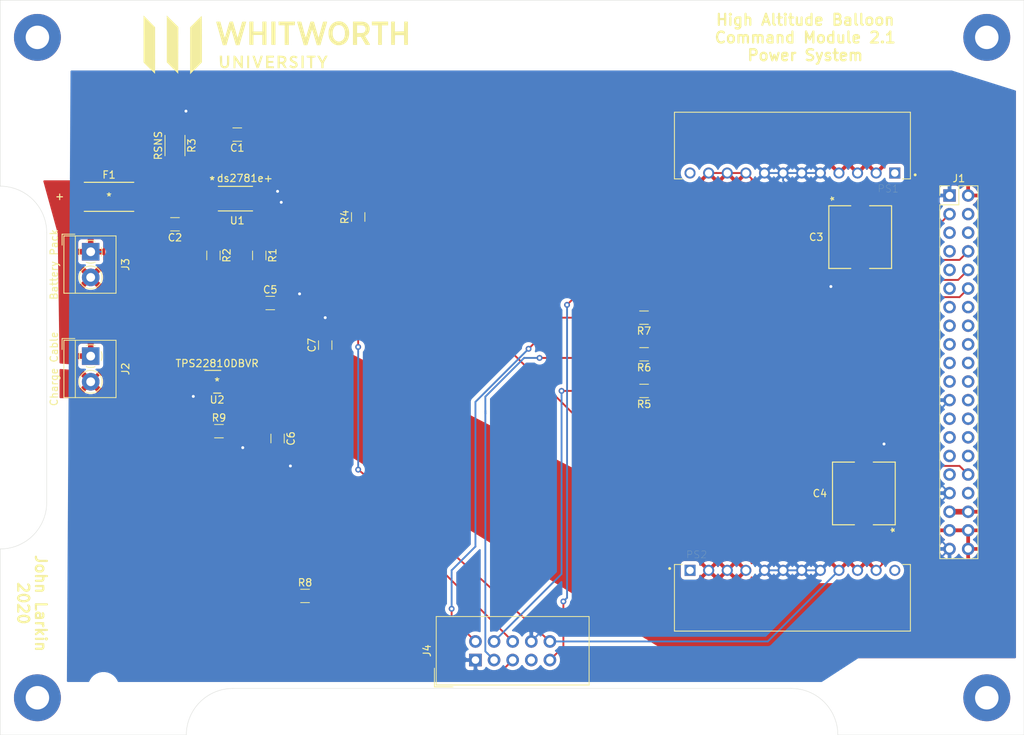
<source format=kicad_pcb>
(kicad_pcb (version 20171130) (host pcbnew "(5.1.4)-1")
  (layers (0 F.Cu signal) (31 B.Cu signal hide) (34 B.Paste user hide) (35 F.Paste user hide) (36 B.SilkS user hide) (37 F.SilkS user) (38 B.Mask user hide) (39 F.Mask user hide) (44 Edge.Cuts user))
  (net 0 "")
  (net 1 GND)
  (net 2 +5V)
  (net 3 /SPI_MOSI)
  (net 4 /SPI_MISO)
  (net 5 /SPI_CLK)
  (net 6 /I2C_SDA)
  (net 7 /I2C_SCL)
  (net 8 /POD_WAKE)
  (net 9 /POD_TX)
  (net 10 /POD_RX)
  (net 11 /RADIO_WAKE)
  (net 12 /A0)
  (net 13 /A1)
  (net 14 /A2)
  (net 15 /LED_A)
  (net 16 /LED_B)
  (net 17 /LED_C)
  (net 18 /PWM)
  (net 19 /IRIDIUM_NET_AVAIL)
  (net 20 /IRIDIUM_RX)
  (net 21 /IRIDIUM_TX)
  (net 22 /IRIDIUM_PWR_CTRL)
  (net 23 +3V3)
  (net 24 +BATT)
  (net 25 +7.4V)
  (net 26 /INTERBOARD_0)
  (net 27 /RADIO_RX)
  (net 28 /RADIO_TX)
  (net 29 /A3)
  (net 30 /DIO1)
  (net 31 /INTERBOARD_1)
  (net 32 /INTERBOARD_2)
  (net 33 /INTERBOARD_3)
  (net 34 "Net-(C1-Pad2)")
  (net 35 "Net-(C1-Pad1)")
  (net 36 "Net-(C2-Pad1)")
  (net 37 "Net-(C6-Pad1)")
  (net 38 "Net-(F1-Pad1)")
  (net 39 /1_WIRE)
  (net 40 /EXT_TEMP)
  (net 41 "Net-(J4-Pad2)")
  (net 42 "Net-(J4-Pad3)")
  (net 43 "Net-(J4-Pad4)")
  (net 44 "Net-(J4-Pad5)")
  (net 45 /PWR_ENABLE)
  (net 46 "Net-(J4-Pad7)")
  (net 47 "Net-(PS1-Pad1)")
  (net 48 "Net-(PS1-Pad12)")
  (net 49 "Net-(PS2-Pad1)")
  (net 50 "Net-(PS2-Pad12)")
  (net 51 "Net-(R1-Pad1)")
  (net 52 "Net-(U1-Pad8)")
  (module PCV1D101MCL2GS:PCV1D101MCL2GS (layer F.Cu) (at 143.25 92.75 90)
    (fp_text reference C4 (at 0 -6 180) (layer F.SilkS))
    (fp_text value CAP_PC_8X7 hide)
    (fp_text user * (at -5 4.25 90) (layer F.SilkS))
    (fp_text user * (at -5 4.25 90) (layer F.SilkS))
    (pad 2 smd rect (at 3.4036 0 90) (size 3.4036 1.905) (layers F.Cu F.Paste F.Mask) (net 1 GND))
    (pad 1 smd rect (at -3.4036 0 90) (size 3.4036 1.905) (layers F.Cu F.Paste F.Mask) (net 23 +3V3))
  )
  (module PCV1D101MCL2GS:PCV1D101MCL2GS (layer F.Cu) (at 142.75 57.75 270)
    (fp_text reference C3 (at 0 6) (layer F.SilkS))
    (fp_text value PCV1D101MCL2GS hide)
    (fp_text user * (at -5.25 3.5 270) (layer F.SilkS))
    (pad 1 smd rect (at -3.4036 0 270) (size 3.4036 1.905) (layers F.Cu F.Paste F.Mask) (net 2 +5V))
    (pad 2 smd rect (at 3.4036 0 270) (size 3.4036 1.905) (layers F.Cu F.Paste F.Mask) (net 1 GND))
  )
  (module MountingHole:MountingHole_3.2mm_M3 (layer F.Cu) (at 39.5 119.25)
    (fp_text reference REF** hide)
    (fp_text value MountingHole_3.2mm_M3)
    (pad 1 np_thru_hole circle (at 0 0) (size 3.2 3.2) (drill 3.2) (layers *.Cu *.Mask))
  )
  (module MountingHole:MountingHole_3.2mm_M3 (layer F.Cu) (at 151 32)
    (fp_text reference REF** hide)
    (fp_text value MountingHole_3.2mm_M3)
    (pad 1 np_thru_hole circle (at 0 0) (size 3.2 3.2) (drill 3.2) (layers *.Cu *.Mask))
  )
  (module MountingHole:MountingHole_3.2mm_M3 (layer F.Cu) (at 151 119.25)
    (fp_text reference REF** hide)
    (fp_text value MountingHole_3.2mm_M3)
    (pad 1 np_thru_hole circle (at 0 0) (size 3.2 3.2) (drill 3.2) (layers *.Cu *.Mask))
  )
  (module MountingHole:MountingHole_3.2mm_M3 (layer F.Cu) (at 39.5 32)
    (fp_text reference REF** hide)
    (fp_text value MountingHole_3.2mm_M3)
    (pad 1 np_thru_hole circle (at 0 0) (size 3.2 3.2) (drill 3.2) (layers *.Cu *.Mask))
  )
  (module LittleFuse_0157004DRT:LittleFuse_0157004.DRT (layer F.Cu) (at 40.25 52.25)
    (fp_text reference F1 (at 0 -3) (layer F.SilkS))
    (fp_text value 0157004.DRT hide)
    (fp_text user * (at 0 0) (layer F.SilkS))
    (pad 2 smd rect (at 2.54 0) (size 2.286 3.048) (layers F.Cu F.Paste F.Mask) (net 34 "Net-(C1-Pad2)"))
    (pad 1 smd rect (at -2.54 0) (size 2.286 3.048) (layers F.Cu F.Paste F.Mask) (net 38 "Net-(F1-Pad1)"))
  )
  (module WhitworthStandard:PC104_40PinSocket_2.54mm (layer F.Cu) (at 154.94 52.07)
    (fp_text reference J1 (at 1.27 -2.33) (layer F.SilkS))
    (fp_text value PC104_40Pin_2.54mm)
    (pad 21 thru_hole oval (at 2.54 48.26) (size 1.7 1.7) (drill 1) (layers *.Cu *.Mask) (net 23 +3V3))
    (pad 20 thru_hole oval (at 0 48.26) (size 1.7 1.7) (drill 1) (layers *.Cu *.Mask) (net 1 GND))
    (pad 22 thru_hole oval (at 2.54 45.72) (size 1.7 1.7) (drill 1) (layers *.Cu *.Mask) (net 23 +3V3))
    (pad 19 thru_hole oval (at 0 45.72) (size 1.7 1.7) (drill 1) (layers *.Cu *.Mask) (net 23 +3V3))
    (pad 23 thru_hole oval (at 2.54 43.18) (size 1.7 1.7) (drill 1) (layers *.Cu *.Mask) (net 25 +7.4V))
    (pad 18 thru_hole oval (at 0 43.18) (size 1.7 1.7) (drill 1) (layers *.Cu *.Mask) (net 25 +7.4V))
    (pad 24 thru_hole oval (at 2.54 40.64) (size 1.7 1.7) (drill 1) (layers *.Cu *.Mask) (net 11 /RADIO_WAKE))
    (pad 17 thru_hole oval (at 0 40.64) (size 1.7 1.7) (drill 1) (layers *.Cu *.Mask) (net 1 GND))
    (pad 25 thru_hole oval (at 2.54 38.1) (size 1.7 1.7) (drill 1) (layers *.Cu *.Mask) (net 39 /1_WIRE))
    (pad 16 thru_hole oval (at 0 38.1) (size 1.7 1.7) (drill 1) (layers *.Cu *.Mask) (net 3 /SPI_MOSI))
    (pad 26 thru_hole oval (at 2.54 35.56) (size 1.7 1.7) (drill 1) (layers *.Cu *.Mask) (net 19 /IRIDIUM_NET_AVAIL))
    (pad 15 thru_hole oval (at 0 35.56) (size 1.7 1.7) (drill 1) (layers *.Cu *.Mask) (net 4 /SPI_MISO))
    (pad 27 thru_hole oval (at 2.54 33.02) (size 1.7 1.7) (drill 1) (layers *.Cu *.Mask) (net 21 /IRIDIUM_TX))
    (pad 14 thru_hole oval (at 0 33.02) (size 1.7 1.7) (drill 1) (layers *.Cu *.Mask) (net 5 /SPI_CLK))
    (pad 28 thru_hole oval (at 2.54 30.48) (size 1.7 1.7) (drill 1) (layers *.Cu *.Mask) (net 20 /IRIDIUM_RX))
    (pad 13 thru_hole oval (at 0 30.48) (size 1.7 1.7) (drill 1) (layers *.Cu *.Mask) (net 30 /DIO1))
    (pad 29 thru_hole oval (at 2.54 27.94) (size 1.7 1.7) (drill 1) (layers *.Cu *.Mask) (net 22 /IRIDIUM_PWR_CTRL))
    (pad 12 thru_hole oval (at 0 27.94) (size 1.7 1.7) (drill 1) (layers *.Cu *.Mask) (net 1 GND))
    (pad 30 thru_hole oval (at 2.54 25.4) (size 1.7 1.7) (drill 1) (layers *.Cu *.Mask) (net 26 /INTERBOARD_0))
    (pad 11 thru_hole oval (at 0 25.4) (size 1.7 1.7) (drill 1) (layers *.Cu *.Mask) (net 6 /I2C_SDA))
    (pad 31 thru_hole oval (at 2.54 22.86) (size 1.7 1.7) (drill 1) (layers *.Cu *.Mask) (net 31 /INTERBOARD_1))
    (pad 10 thru_hole oval (at 0 22.86) (size 1.7 1.7) (drill 1) (layers *.Cu *.Mask) (net 7 /I2C_SCL))
    (pad 32 thru_hole oval (at 2.54 20.32) (size 1.7 1.7) (drill 1) (layers *.Cu *.Mask) (net 32 /INTERBOARD_2))
    (pad 9 thru_hole oval (at 0 20.32) (size 1.7 1.7) (drill 1) (layers *.Cu *.Mask) (net 10 /POD_RX))
    (pad 33 thru_hole oval (at 2.54 17.78) (size 1.7 1.7) (drill 1) (layers *.Cu *.Mask) (net 33 /INTERBOARD_3))
    (pad 8 thru_hole oval (at 0 17.78) (size 1.7 1.7) (drill 1) (layers *.Cu *.Mask) (net 9 /POD_TX))
    (pad 34 thru_hole oval (at 2.54 15.24) (size 1.7 1.7) (drill 1) (layers *.Cu *.Mask) (net 18 /PWM))
    (pad 7 thru_hole oval (at 0 15.24) (size 1.7 1.7) (drill 1) (layers *.Cu *.Mask) (net 8 /POD_WAKE))
    (pad 35 thru_hole oval (at 2.54 12.7) (size 1.7 1.7) (drill 1) (layers *.Cu *.Mask) (net 17 /LED_C))
    (pad 6 thru_hole oval (at 0 12.7) (size 1.7 1.7) (drill 1) (layers *.Cu *.Mask) (net 12 /A0))
    (pad 36 thru_hole oval (at 2.54 10.16) (size 1.7 1.7) (drill 1) (layers *.Cu *.Mask) (net 16 /LED_B))
    (pad 5 thru_hole oval (at 0 10.16) (size 1.7 1.7) (drill 1) (layers *.Cu *.Mask) (net 13 /A1))
    (pad 37 thru_hole oval (at 2.54 7.62) (size 1.7 1.7) (drill 1) (layers *.Cu *.Mask) (net 15 /LED_A))
    (pad 4 thru_hole oval (at 0 7.62) (size 1.7 1.7) (drill 1) (layers *.Cu *.Mask) (net 14 /A2))
    (pad 38 thru_hole oval (at 2.54 5.08) (size 1.7 1.7) (drill 1) (layers *.Cu *.Mask) (net 27 /RADIO_RX))
    (pad 3 thru_hole oval (at 0 5.08) (size 1.7 1.7) (drill 1) (layers *.Cu *.Mask) (net 29 /A3))
    (pad 39 thru_hole oval (at 2.54 2.54) (size 1.7 1.7) (drill 1) (layers *.Cu *.Mask) (net 28 /RADIO_TX))
    (pad 2 thru_hole oval (at 0 2.54) (size 1.7 1.7) (drill 1) (layers *.Cu *.Mask) (net 40 /EXT_TEMP))
    (pad 40 thru_hole oval (at 2.54 0) (size 1.7 1.7) (drill 1) (layers *.Cu *.Mask) (net 2 +5V))
    (pad 1 thru_hole rect (at 0 0) (size 1.7 1.7) (drill 1) (layers *.Cu *.Mask) (net 1 GND))
  )
  (module WhitworthStandard:LOGO (layer F.Cu) (at 63 31.5)
    (fp_text reference G*** hide)
    (fp_text value LOGO hide)
  )
  (module MountingHole:MountingHole_3.2mm_M3_Pad (layer F.Cu) (at 160.02 120.65)
    (fp_text reference REF** hide)
    (fp_text value MountingHole_3.2mm_M3_Pad hide)
    (pad 1 thru_hole circle (at 0 0) (size 6.4 6.4) (drill 3.2) (layers *.Cu *.Mask))
  )
  (module MountingHole:MountingHole_3.2mm_M3_Pad (layer F.Cu) (at 30.48 120.65)
    (fp_text reference REF** hide)
    (fp_text value MountingHole_3.2mm_M3_Pad hide)
    (pad 1 thru_hole circle (at 0 0) (size 6.4 6.4) (drill 3.2) (layers *.Cu *.Mask))
  )
  (module MountingHole:MountingHole_3.2mm_M3_Pad (layer F.Cu) (at 160.02 30.48)
    (fp_text reference REF** hide)
    (fp_text value MountingHole_3.2mm_M3_Pad hide)
    (pad 1 thru_hole circle (at 0 0) (size 6.4 6.4) (drill 3.2) (layers *.Cu *.Mask))
  )
  (module MountingHole:MountingHole_3.2mm_M3_Pad (layer F.Cu) (at 30.48 30.48)
    (fp_text reference REF** hide)
    (fp_text value MountingHole_3.2mm_M3_Pad hide)
    (pad 1 thru_hole circle (at 0 0) (size 6.4 6.4) (drill 3.2) (layers *.Cu *.Mask))
  )
  (module Capacitor_SMD:C_1206_3216Metric_Pad1.42x1.75mm_HandSolder (layer F.Cu) (at 57.75 43.75 180)
    (fp_text reference C1 (at 0 -1.82) (layer F.SilkS))
    (fp_text value "0.1 uF")
    (pad 2 smd roundrect (at 1.4875 0 180) (size 1.425 1.75) (layers F.Cu F.Paste F.Mask) (roundrect_rratio 0.175439) (net 34 "Net-(C1-Pad2)"))
    (pad 1 smd roundrect (at -1.4875 0 180) (size 1.425 1.75) (layers F.Cu F.Paste F.Mask) (roundrect_rratio 0.175439) (net 35 "Net-(C1-Pad1)"))
  )
  (module Capacitor_SMD:C_1206_3216Metric_Pad1.42x1.75mm_HandSolder (layer F.Cu) (at 49.25 56 180)
    (fp_text reference C2 (at 0 -1.82) (layer F.SilkS))
    (fp_text value "0.1 uF")
    (pad 1 smd roundrect (at -1.4875 0 180) (size 1.425 1.75) (layers F.Cu F.Paste F.Mask) (roundrect_rratio 0.175439) (net 36 "Net-(C2-Pad1)"))
    (pad 2 smd roundrect (at 1.4875 0 180) (size 1.425 1.75) (layers F.Cu F.Paste F.Mask) (roundrect_rratio 0.175439) (net 34 "Net-(C1-Pad2)"))
  )
  (module Capacitor_SMD:C_1206_3216Metric_Pad1.42x1.75mm_HandSolder (layer F.Cu) (at 62.25 66.75)
    (fp_text reference C5 (at 0 -1.82) (layer F.SilkS))
    (fp_text value "10 uF")
    (pad 2 smd roundrect (at 1.4875 0) (size 1.425 1.75) (layers F.Cu F.Paste F.Mask) (roundrect_rratio 0.175439) (net 1 GND))
    (pad 1 smd roundrect (at -1.4875 0) (size 1.425 1.75) (layers F.Cu F.Paste F.Mask) (roundrect_rratio 0.175439) (net 24 +BATT))
  )
  (module Capacitor_SMD:C_1206_3216Metric_Pad1.42x1.75mm_HandSolder (layer F.Cu) (at 63.25 85.25 270)
    (fp_text reference C6 (at 0 -1.82 90) (layer F.SilkS))
    (fp_text value "10 nF")
    (pad 1 smd roundrect (at -1.4875 0 270) (size 1.425 1.75) (layers F.Cu F.Paste F.Mask) (roundrect_rratio 0.175439) (net 37 "Net-(C6-Pad1)"))
    (pad 2 smd roundrect (at 1.4875 0 270) (size 1.425 1.75) (layers F.Cu F.Paste F.Mask) (roundrect_rratio 0.175439) (net 1 GND))
  )
  (module Capacitor_SMD:C_1206_3216Metric_Pad1.42x1.75mm_HandSolder (layer F.Cu) (at 69.75 72.5 90)
    (fp_text reference C7 (at 0 -1.82 90) (layer F.SilkS))
    (fp_text value "1 uF")
    (pad 1 smd roundrect (at -1.4875 0 90) (size 1.425 1.75) (layers F.Cu F.Paste F.Mask) (roundrect_rratio 0.175439) (net 25 +7.4V))
    (pad 2 smd roundrect (at 1.4875 0 90) (size 1.425 1.75) (layers F.Cu F.Paste F.Mask) (roundrect_rratio 0.175439) (net 1 GND))
  )
  (module TerminalBlock_4Ucon:TerminalBlock_4Ucon_1x02_P3.50mm_Horizontal (layer F.Cu) (at 37.75 74 270)
    (fp_text reference J2 (at 1.75 -4.75 90) (layer F.SilkS))
    (fp_text value "Charge Cable" (at 1.75 5 90) (layer F.SilkS))
    (pad 1 thru_hole rect (at 0 0 270) (size 2.4 2.4) (drill 1.2) (layers *.Cu *.Mask) (net 38 "Net-(F1-Pad1)"))
    (pad 2 thru_hole circle (at 3.5 0 270) (size 2.4 2.4) (drill 1.2) (layers *.Cu *.Mask) (net 24 +BATT))
  )
  (module TerminalBlock_4Ucon:TerminalBlock_4Ucon_1x02_P3.50mm_Horizontal (layer F.Cu) (at 37.75 59.75 270)
    (fp_text reference J3 (at 1.75 -4.75 90) (layer F.SilkS))
    (fp_text value "Battery Pack" (at 1.75 5 90) (layer F.SilkS))
    (pad 2 thru_hole circle (at 3.5 0 270) (size 2.4 2.4) (drill 1.2) (layers *.Cu *.Mask) (net 24 +BATT))
    (pad 1 thru_hole rect (at 0 0 270) (size 2.4 2.4) (drill 1.2) (layers *.Cu *.Mask) (net 38 "Net-(F1-Pad1)"))
  )
  (module Connector_IDC:IDC-Header_2x05_P2.54mm_Vertical (layer F.Cu) (at 90.25 115.5 90)
    (fp_text reference J4 (at 1.27 -6.604 90) (layer F.SilkS))
    (fp_text value "IDC Header")
    (pad 1 thru_hole rect (at 0 0 90) (size 1.7272 1.7272) (drill 1.016) (layers *.Cu *.Mask) (net 1 GND))
    (pad 2 thru_hole oval (at 2.54 0 90) (size 1.7272 1.7272) (drill 1.016) (layers *.Cu *.Mask) (net 41 "Net-(J4-Pad2)"))
    (pad 3 thru_hole oval (at 0 2.54 90) (size 1.7272 1.7272) (drill 1.016) (layers *.Cu *.Mask) (net 42 "Net-(J4-Pad3)"))
    (pad 4 thru_hole oval (at 2.54 2.54 90) (size 1.7272 1.7272) (drill 1.016) (layers *.Cu *.Mask) (net 43 "Net-(J4-Pad4)"))
    (pad 5 thru_hole oval (at 0 5.08 90) (size 1.7272 1.7272) (drill 1.016) (layers *.Cu *.Mask) (net 44 "Net-(J4-Pad5)"))
    (pad 6 thru_hole oval (at 2.54 5.08 90) (size 1.7272 1.7272) (drill 1.016) (layers *.Cu *.Mask) (net 45 /PWR_ENABLE))
    (pad 7 thru_hole oval (at 0 7.62 90) (size 1.7272 1.7272) (drill 1.016) (layers *.Cu *.Mask) (net 46 "Net-(J4-Pad7)"))
    (pad 8 thru_hole oval (at 2.54 7.62 90) (size 1.7272 1.7272) (drill 1.016) (layers *.Cu *.Mask) (net 1 GND))
    (pad 9 thru_hole oval (at 0 10.16 90) (size 1.7272 1.7272) (drill 1.016) (layers *.Cu *.Mask) (net 40 /EXT_TEMP))
    (pad 10 thru_hole oval (at 2.54 10.16 90) (size 1.7272 1.7272) (drill 1.016) (layers *.Cu *.Mask) (net 23 +3V3))
  )
  (module R-535:CONV_R-535.0PA (layer F.Cu) (at 133.5 45.25 180)
    (fp_text reference PS1 (at -13.075 -5.885) (layer F.SilkS) (effects (font (thickness 0.015))))
    (fp_text value R-535.0PA)
    (pad 1 thru_hole rect (at -13.97 -3.75 180) (size 1.508 1.508) (drill 1) (layers *.Cu *.Mask) (net 47 "Net-(PS1-Pad1)"))
    (pad 2 thru_hole circle (at -11.43 -3.75 180) (size 1.508 1.508) (drill 1) (layers *.Cu *.Mask) (net 25 +7.4V))
    (pad 3 thru_hole circle (at -8.89 -3.75 180) (size 1.508 1.508) (drill 1) (layers *.Cu *.Mask) (net 25 +7.4V))
    (pad 4 thru_hole circle (at -6.35 -3.75 180) (size 1.508 1.508) (drill 1) (layers *.Cu *.Mask) (net 25 +7.4V))
    (pad 5 thru_hole circle (at -3.81 -3.75 180) (size 1.508 1.508) (drill 1) (layers *.Cu *.Mask) (net 1 GND))
    (pad 6 thru_hole circle (at -1.27 -3.75 180) (size 1.508 1.508) (drill 1) (layers *.Cu *.Mask) (net 1 GND))
    (pad 7 thru_hole circle (at 1.27 -3.75 180) (size 1.508 1.508) (drill 1) (layers *.Cu *.Mask) (net 1 GND))
    (pad 8 thru_hole circle (at 3.81 -3.75 180) (size 1.508 1.508) (drill 1) (layers *.Cu *.Mask) (net 1 GND))
    (pad 9 thru_hole circle (at 6.35 -3.75 180) (size 1.508 1.508) (drill 1) (layers *.Cu *.Mask) (net 2 +5V))
    (pad 10 thru_hole circle (at 8.89 -3.75 180) (size 1.508 1.508) (drill 1) (layers *.Cu *.Mask) (net 2 +5V))
    (pad 11 thru_hole circle (at 11.43 -3.75 180) (size 1.508 1.508) (drill 1) (layers *.Cu *.Mask) (net 2 +5V))
    (pad 12 thru_hole circle (at 13.97 -3.75 180) (size 1.508 1.508) (drill 1) (layers *.Cu *.Mask) (net 48 "Net-(PS1-Pad12)"))
  )
  (module R-533:CONV_R-533.3PA (layer F.Cu) (at 133.5 107)
    (fp_text reference PS2 (at -13.075 -5.885) (layer F.SilkS) (effects (font (thickness 0.015))))
    (fp_text value R-533.3PA)
    (pad 1 thru_hole rect (at -13.97 -3.75) (size 1.508 1.508) (drill 1) (layers *.Cu *.Mask) (net 49 "Net-(PS2-Pad1)"))
    (pad 2 thru_hole circle (at -11.43 -3.75) (size 1.508 1.508) (drill 1) (layers *.Cu *.Mask) (net 25 +7.4V))
    (pad 3 thru_hole circle (at -8.89 -3.75) (size 1.508 1.508) (drill 1) (layers *.Cu *.Mask) (net 25 +7.4V))
    (pad 4 thru_hole circle (at -6.35 -3.75) (size 1.508 1.508) (drill 1) (layers *.Cu *.Mask) (net 25 +7.4V))
    (pad 5 thru_hole circle (at -3.81 -3.75) (size 1.508 1.508) (drill 1) (layers *.Cu *.Mask) (net 1 GND))
    (pad 6 thru_hole circle (at -1.27 -3.75) (size 1.508 1.508) (drill 1) (layers *.Cu *.Mask) (net 1 GND))
    (pad 7 thru_hole circle (at 1.27 -3.75) (size 1.508 1.508) (drill 1) (layers *.Cu *.Mask) (net 1 GND))
    (pad 8 thru_hole circle (at 3.81 -3.75) (size 1.508 1.508) (drill 1) (layers *.Cu *.Mask) (net 1 GND))
    (pad 9 thru_hole circle (at 6.35 -3.75) (size 1.508 1.508) (drill 1) (layers *.Cu *.Mask) (net 23 +3V3))
    (pad 10 thru_hole circle (at 8.89 -3.75) (size 1.508 1.508) (drill 1) (layers *.Cu *.Mask) (net 23 +3V3))
    (pad 11 thru_hole circle (at 11.43 -3.75) (size 1.508 1.508) (drill 1) (layers *.Cu *.Mask) (net 23 +3V3))
    (pad 12 thru_hole circle (at 13.97 -3.75) (size 1.508 1.508) (drill 1) (layers *.Cu *.Mask) (net 50 "Net-(PS2-Pad12)"))
  )
  (module Resistor_SMD:R_1206_3216Metric_Pad1.42x1.75mm_HandSolder (layer F.Cu) (at 60.75 60.25 270)
    (fp_text reference R1 (at 0 -1.82 90) (layer F.SilkS))
    (fp_text value 1k)
    (pad 2 smd roundrect (at 1.4875 0 270) (size 1.425 1.75) (layers F.Cu F.Paste F.Mask) (roundrect_rratio 0.175439) (net 24 +BATT))
    (pad 1 smd roundrect (at -1.4875 0 270) (size 1.425 1.75) (layers F.Cu F.Paste F.Mask) (roundrect_rratio 0.175439) (net 51 "Net-(R1-Pad1)"))
  )
  (module Resistor_SMD:R_1206_3216Metric_Pad1.42x1.75mm_HandSolder (layer F.Cu) (at 54.5 60.25 270)
    (fp_text reference R2 (at 0 -1.82 90) (layer F.SilkS))
    (fp_text value 500)
    (pad 2 smd roundrect (at 1.4875 0 270) (size 1.425 1.75) (layers F.Cu F.Paste F.Mask) (roundrect_rratio 0.175439) (net 24 +BATT))
    (pad 1 smd roundrect (at -1.4875 0 270) (size 1.425 1.75) (layers F.Cu F.Paste F.Mask) (roundrect_rratio 0.175439) (net 36 "Net-(C2-Pad1)"))
  )
  (module Resistor_SMD:R_2010_5025Metric_Pad1.52x2.65mm_HandSolder (layer F.Cu) (at 49.25 45.25 270)
    (fp_text reference R3 (at 0 -2.28 90) (layer F.SilkS))
    (fp_text value RSNS (at 0 2.28 90) (layer F.SilkS))
    (pad 1 smd roundrect (at -2.3375 0 270) (size 1.525 2.65) (layers F.Cu F.Paste F.Mask) (roundrect_rratio 0.163934) (net 1 GND))
    (pad 2 smd roundrect (at 2.3375 0 270) (size 1.525 2.65) (layers F.Cu F.Paste F.Mask) (roundrect_rratio 0.163934) (net 34 "Net-(C1-Pad2)"))
  )
  (module Resistor_SMD:R_1206_3216Metric_Pad1.42x1.75mm_HandSolder (layer F.Cu) (at 74.25 55 90)
    (fp_text reference R4 (at 0 -1.82 90) (layer F.SilkS))
    (fp_text value 4.7k)
    (pad 2 smd roundrect (at 1.4875 0 90) (size 1.425 1.75) (layers F.Cu F.Paste F.Mask) (roundrect_rratio 0.175439) (net 39 /1_WIRE))
    (pad 1 smd roundrect (at -1.4875 0 90) (size 1.425 1.75) (layers F.Cu F.Paste F.Mask) (roundrect_rratio 0.175439) (net 23 +3V3))
  )
  (module Resistor_SMD:R_1206_3216Metric_Pad1.42x1.75mm_HandSolder (layer F.Cu) (at 113.2625 78.75 180)
    (fp_text reference R5 (at 0 -1.82) (layer F.SilkS))
    (fp_text value 220)
    (pad 1 smd roundrect (at -1.4875 0 180) (size 1.425 1.75) (layers F.Cu F.Paste F.Mask) (roundrect_rratio 0.175439) (net 17 /LED_C))
    (pad 2 smd roundrect (at 1.4875 0 180) (size 1.425 1.75) (layers F.Cu F.Paste F.Mask) (roundrect_rratio 0.175439) (net 43 "Net-(J4-Pad4)"))
  )
  (module Resistor_SMD:R_1206_3216Metric_Pad1.42x1.75mm_HandSolder (layer F.Cu) (at 113.2625 73.75 180)
    (fp_text reference R6 (at 0 -1.82) (layer F.SilkS))
    (fp_text value 220)
    (pad 1 smd roundrect (at -1.4875 0 180) (size 1.425 1.75) (layers F.Cu F.Paste F.Mask) (roundrect_rratio 0.175439) (net 16 /LED_B))
    (pad 2 smd roundrect (at 1.4875 0 180) (size 1.425 1.75) (layers F.Cu F.Paste F.Mask) (roundrect_rratio 0.175439) (net 42 "Net-(J4-Pad3)"))
  )
  (module Resistor_SMD:R_1206_3216Metric_Pad1.42x1.75mm_HandSolder (layer F.Cu) (at 113.25 68.75 180)
    (fp_text reference R7 (at 0 -1.82) (layer F.SilkS))
    (fp_text value 220)
    (pad 1 smd roundrect (at -1.4875 0 180) (size 1.425 1.75) (layers F.Cu F.Paste F.Mask) (roundrect_rratio 0.175439) (net 15 /LED_A))
    (pad 2 smd roundrect (at 1.4875 0 180) (size 1.425 1.75) (layers F.Cu F.Paste F.Mask) (roundrect_rratio 0.175439) (net 41 "Net-(J4-Pad2)"))
  )
  (module Resistor_SMD:R_1206_3216Metric_Pad1.42x1.75mm_HandSolder (layer F.Cu) (at 67 106.75)
    (fp_text reference R8 (at 0 -1.82) (layer F.SilkS))
    (fp_text value 47k)
    (pad 2 smd roundrect (at 1.4875 0) (size 1.425 1.75) (layers F.Cu F.Paste F.Mask) (roundrect_rratio 0.175439) (net 44 "Net-(J4-Pad5)"))
    (pad 1 smd roundrect (at -1.4875 0) (size 1.425 1.75) (layers F.Cu F.Paste F.Mask) (roundrect_rratio 0.175439) (net 24 +BATT))
  )
  (module Resistor_SMD:R_1206_3216Metric_Pad1.42x1.75mm_HandSolder (layer F.Cu) (at 55.25 84.25)
    (fp_text reference R9 (at 0 -1.82) (layer F.SilkS))
    (fp_text value 47k)
    (pad 1 smd roundrect (at -1.4875 0) (size 1.425 1.75) (layers F.Cu F.Paste F.Mask) (roundrect_rratio 0.175439) (net 45 /PWR_ENABLE))
    (pad 2 smd roundrect (at 1.4875 0) (size 1.425 1.75) (layers F.Cu F.Paste F.Mask) (roundrect_rratio 0.175439) (net 1 GND))
  )
  (module DS2781e:ds2781e&plus_ (layer F.Cu) (at 57.5 52.5)
    (fp_text reference U1 (at 0.25 3) (layer F.SilkS))
    (fp_text value ds2781e+ (at 1.287599 -2.789601) (layer F.SilkS))
    (fp_text user * (at -3.175 -2.4736) (layer F.SilkS))
    (fp_text user * (at -3.175 -2.4736) (layer F.SilkS))
    (pad 1 smd rect (at -2.921 -0.974999) (size 1.4224 0.3556) (layers F.Cu F.Paste F.Mask) (net 35 "Net-(C1-Pad1)"))
    (pad 2 smd rect (at -2.921 -0.325001) (size 1.4224 0.3556) (layers F.Cu F.Paste F.Mask) (net 34 "Net-(C1-Pad2)"))
    (pad 3 smd rect (at -2.921 0.325001) (size 1.4224 0.3556) (layers F.Cu F.Paste F.Mask) (net 51 "Net-(R1-Pad1)"))
    (pad 4 smd rect (at -2.921 0.974999) (size 1.4224 0.3556) (layers F.Cu F.Paste F.Mask) (net 36 "Net-(C2-Pad1)"))
    (pad 5 smd rect (at 2.921 0.974999) (size 1.4224 0.3556) (layers F.Cu F.Paste F.Mask) (net 39 /1_WIRE))
    (pad 6 smd rect (at 2.921 0.325001) (size 1.4224 0.3556) (layers F.Cu F.Paste F.Mask) (net 1 GND))
    (pad 7 smd rect (at 2.921 -0.325001) (size 1.4224 0.3556) (layers F.Cu F.Paste F.Mask) (net 1 GND))
    (pad 8 smd rect (at 2.921 -0.974999) (size 1.4224 0.3556) (layers F.Cu F.Paste F.Mask) (net 52 "Net-(U1-Pad8)"))
  )
  (module TPS22810DBVR:TPS22810DBVR (layer F.Cu) (at 55 77.5)
    (fp_text reference U2 (at 0 2.4638) (layer F.SilkS))
    (fp_text value TPS22810DBVR (at 0 -2.5) (layer F.SilkS))
    (fp_text user * (at 0 0) (layer F.SilkS))
    (pad 1 smd rect (at -1.375001 -0.950001 90) (size 0.599999 1.000001) (layers F.Cu F.Paste F.Mask) (net 24 +BATT))
    (pad 2 smd rect (at -1.375001 0 90) (size 0.599999 1.000001) (layers F.Cu F.Paste F.Mask) (net 1 GND))
    (pad 3 smd rect (at -1.375001 0.949998 90) (size 0.599999 1.000001) (layers F.Cu F.Paste F.Mask) (net 45 /PWR_ENABLE))
    (pad 4 smd rect (at 1.374999 0.949998 90) (size 0.599999 1.000001) (layers F.Cu F.Paste F.Mask) (net 37 "Net-(C6-Pad1)"))
    (pad 5 smd rect (at 1.374999 0 90) (size 0.599999 1.000001) (layers F.Cu F.Paste F.Mask) (net 25 +7.4V))
    (pad 6 smd rect (at 1.374999 -0.950001 90) (size 0.599999 1.000001) (layers F.Cu F.Paste F.Mask) (net 25 +7.4V))
  )
  (gr_text "John Larkin\n2020" (at 29.75 107.75 -90) (layer F.SilkS) (effects (font (size 1.5 1.5) (thickness 0.3))))
  (gr_text "High Altitude Balloon\nCommand Module 2.1\nPower System" (at 135.25 30.5) (layer F.SilkS) (effects (font (size 1.5 1.5) (thickness 0.3))))
  (gr_line (start 31.75 57.15) (end 31.75 93.98) (layer Edge.Cuts) (width 0.05))
  (gr_arc (start 25.4 93.98) (end 25.4 100.33) (angle -90) (layer Edge.Cuts) (width 0.05))
  (gr_line (start 57.15 119.38) (end 133.35 119.38) (layer Edge.Cuts) (width 0.05))
  (gr_arc (start 57.15 125.73) (end 57.15 119.38) (angle -90) (layer Edge.Cuts) (width 0.05))
  (gr_line (start 25.4 125.73) (end 50.8 125.73) (layer Edge.Cuts) (width 0.05))
  (gr_line (start 25.4 125.73) (end 25.4 100.33) (layer Edge.Cuts) (width 0.05))
  (gr_arc (start 133.35 125.73) (end 139.7 125.73) (angle -90) (layer Edge.Cuts) (width 0.05))
  (gr_arc (start 25.4 57.15) (end 31.75 57.15) (angle -90) (layer Edge.Cuts) (width 0.05))
  (gr_line (start 25.4 25.4) (end 25.4 50.8) (layer Edge.Cuts) (width 0.05))
  (gr_line (start 25.4 25.4) (end 165.1 25.4) (layer Edge.Cuts) (width 0.05))
  (gr_line (start 165.1 125.73) (end 139.7 125.73) (layer Edge.Cuts) (width 0.05))
  (gr_line (start 165.1 25.4) (end 165.1 125.73) (layer Edge.Cuts) (width 0.05))
  (segment (start 129.69 49) (end 137.31 49) (width 0.25) (layer B.Cu) (net 1))
  (segment (start 132.23 50.066317) (end 137.25 55.086317) (width 0.25) (layer B.Cu) (net 1))
  (segment (start 132.23 49) (end 132.23 50.066317) (width 0.25) (layer B.Cu) (net 1))
  (segment (start 137.25 55.086317) (end 137.25 63) (width 0.25) (layer B.Cu) (net 1))
  (via (at 138.75 64.5) (size 0.8) (drill 0.4) (layers F.Cu B.Cu) (net 1))
  (segment (start 137.25 63) (end 138.75 64.5) (width 0.25) (layer B.Cu) (net 1))
  (segment (start 142.75 61.9029) (end 142.75 61.1536) (width 0.25) (layer F.Cu) (net 1))
  (segment (start 140.1529 64.5) (end 142.75 61.9029) (width 0.5) (layer F.Cu) (net 1))
  (segment (start 138.75 64.5) (end 140.1529 64.5) (width 0.5) (layer F.Cu) (net 1))
  (segment (start 49.25 42.05) (end 50.75 40.55) (width 0.5) (layer F.Cu) (net 1))
  (segment (start 49.25 42.9125) (end 49.25 42.05) (width 0.5) (layer F.Cu) (net 1))
  (via (at 50.75 40.55) (size 0.8) (drill 0.4) (layers F.Cu B.Cu) (net 1))
  (segment (start 131.476001 48.246001) (end 132.23 49) (width 0.25) (layer B.Cu) (net 1))
  (segment (start 124.179999 40.949999) (end 131.476001 48.246001) (width 0.25) (layer B.Cu) (net 1))
  (segment (start 50.75 40.55) (end 51.149999 40.949999) (width 0.25) (layer B.Cu) (net 1))
  (via (at 63.25 51.5) (size 0.8) (drill 0.4) (layers F.Cu B.Cu) (net 1))
  (segment (start 64.050001 50.699999) (end 63.25 51.5) (width 0.25) (layer B.Cu) (net 1))
  (segment (start 64.050001 40.949999) (end 124.179999 40.949999) (width 0.25) (layer B.Cu) (net 1))
  (segment (start 51.149999 40.949999) (end 64.050001 40.949999) (width 0.25) (layer B.Cu) (net 1))
  (segment (start 62.575001 52.174999) (end 60.421 52.174999) (width 0.375) (layer F.Cu) (net 1))
  (segment (start 63.25 51.5) (end 62.575001 52.174999) (width 0.375) (layer F.Cu) (net 1))
  (via (at 63.75 53) (size 0.8) (drill 0.4) (layers F.Cu B.Cu) (net 1))
  (segment (start 60.421 52.825001) (end 63.575001 52.825001) (width 0.375) (layer F.Cu) (net 1))
  (segment (start 63.575001 52.825001) (end 63.75 53) (width 0.25) (layer F.Cu) (net 1))
  (segment (start 64.149999 50.649999) (end 64.050001 50.550001) (width 0.25) (layer B.Cu) (net 1))
  (segment (start 64.149999 52.600001) (end 64.149999 50.649999) (width 0.25) (layer B.Cu) (net 1))
  (segment (start 63.75 53) (end 64.149999 52.600001) (width 0.25) (layer B.Cu) (net 1))
  (segment (start 64.050001 50.550001) (end 64.050001 50.699999) (width 0.25) (layer B.Cu) (net 1))
  (segment (start 69.75 71.0125) (end 69.75 70.2) (width 0.5) (layer F.Cu) (net 1))
  (via (at 69.75 68.75) (size 0.8) (drill 0.4) (layers F.Cu B.Cu) (net 1))
  (segment (start 69.75 70.2) (end 69.75 68.75) (width 0.5) (layer F.Cu) (net 1))
  (segment (start 64.050001 50.550001) (end 64.050001 50.050001) (width 0.25) (layer B.Cu) (net 1))
  (segment (start 69.75 56.25) (end 64.050001 50.550001) (width 0.25) (layer B.Cu) (net 1))
  (segment (start 64.050001 40.949999) (end 64.050001 50.050001) (width 0.25) (layer B.Cu) (net 1))
  (via (at 66.25 65.5) (size 0.8) (drill 0.4) (layers F.Cu B.Cu) (net 1))
  (segment (start 67.75 64) (end 66.25 65.5) (width 0.25) (layer B.Cu) (net 1))
  (segment (start 69.75 64) (end 67.75 64) (width 0.25) (layer B.Cu) (net 1))
  (segment (start 69.75 64) (end 69.75 56.25) (width 0.25) (layer B.Cu) (net 1))
  (segment (start 69.75 68.75) (end 69.75 64) (width 0.25) (layer B.Cu) (net 1))
  (segment (start 64.9875 65.5) (end 63.7375 66.75) (width 0.5) (layer F.Cu) (net 1))
  (segment (start 66.25 65.5) (end 64.9875 65.5) (width 0.5) (layer F.Cu) (net 1))
  (segment (start 129.69 103.25) (end 137.31 103.25) (width 0.25) (layer B.Cu) (net 1))
  (segment (start 140.38 52.07) (end 137.31 49) (width 0.25) (layer B.Cu) (net 1))
  (segment (start 154.94 52.07) (end 140.38 52.07) (width 0.25) (layer B.Cu) (net 1))
  (segment (start 154.090001 80.859999) (end 154.090001 80.909999) (width 0.25) (layer B.Cu) (net 1))
  (segment (start 154.94 80.01) (end 154.090001 80.859999) (width 0.25) (layer B.Cu) (net 1))
  (segment (start 154.090001 80.909999) (end 153 82) (width 0.25) (layer B.Cu) (net 1))
  (segment (start 153 90.77) (end 154.94 92.71) (width 0.25) (layer B.Cu) (net 1))
  (via (at 146 86) (size 0.8) (drill 0.4) (layers F.Cu B.Cu) (net 1))
  (segment (start 153 86) (end 146 86) (width 0.25) (layer B.Cu) (net 1))
  (segment (start 153 86) (end 153 90.77) (width 0.25) (layer B.Cu) (net 1))
  (segment (start 153 82) (end 153 86) (width 0.25) (layer B.Cu) (net 1))
  (segment (start 143.25 88.75) (end 143.25 89.3464) (width 0.25) (layer F.Cu) (net 1))
  (segment (start 146 86) (end 143.25 88.75) (width 0.5) (layer F.Cu) (net 1))
  (segment (start 154.94 92.71) (end 153 94.65) (width 0.25) (layer B.Cu) (net 1))
  (segment (start 153 98.39) (end 154.94 100.33) (width 0.25) (layer B.Cu) (net 1))
  (segment (start 153 94.65) (end 153 98.39) (width 0.25) (layer B.Cu) (net 1))
  (segment (start 140.23 100.33) (end 154.94 100.33) (width 0.25) (layer B.Cu) (net 1))
  (segment (start 137.31 103.25) (end 140.23 100.33) (width 0.25) (layer B.Cu) (net 1))
  (segment (start 129.69 103.25) (end 122.69 110.25) (width 0.25) (layer B.Cu) (net 1))
  (segment (start 100.58 110.25) (end 97.87 112.96) (width 0.25) (layer B.Cu) (net 1))
  (segment (start 122.69 110.25) (end 100.58 110.25) (width 0.25) (layer B.Cu) (net 1))
  (segment (start 90.25 115.5) (end 89.1364 115.5) (width 0.25) (layer B.Cu) (net 1))
  (via (at 65 89) (size 0.8) (drill 0.4) (layers F.Cu B.Cu) (net 1))
  (segment (start 65 91.3636) (end 65 89) (width 0.25) (layer B.Cu) (net 1))
  (segment (start 63.25 87.25) (end 63.25 86.7375) (width 0.25) (layer F.Cu) (net 1))
  (segment (start 65 89) (end 63.25 87.25) (width 0.25) (layer F.Cu) (net 1))
  (via (at 58.5 86.5) (size 0.8) (drill 0.4) (layers F.Cu B.Cu) (net 1))
  (segment (start 56.7375 84.25) (end 58.5 86.0125) (width 0.25) (layer F.Cu) (net 1))
  (segment (start 58.5 86.0125) (end 58.5 86.5) (width 0.25) (layer F.Cu) (net 1))
  (segment (start 60.1364 86.5) (end 65.1932 91.5568) (width 0.25) (layer B.Cu) (net 1))
  (segment (start 58.5 86.5) (end 60.1364 86.5) (width 0.25) (layer B.Cu) (net 1))
  (segment (start 89.1364 115.5) (end 65.1932 91.5568) (width 0.25) (layer B.Cu) (net 1))
  (segment (start 65.1932 91.5568) (end 65 91.3636) (width 0.25) (layer B.Cu) (net 1))
  (segment (start 60.1364 86.5) (end 60.1364 83.6364) (width 0.25) (layer B.Cu) (net 1))
  (segment (start 60.1364 83.6364) (end 56.5 80) (width 0.25) (layer B.Cu) (net 1))
  (via (at 51.75 79.5) (size 0.8) (drill 0.4) (layers F.Cu B.Cu) (net 1))
  (segment (start 56.5 80) (end 52.25 80) (width 0.25) (layer B.Cu) (net 1))
  (segment (start 52.25 80) (end 51.75 79.5) (width 0.25) (layer B.Cu) (net 1))
  (segment (start 52.874999 77.5) (end 53.624999 77.5) (width 0.5) (layer F.Cu) (net 1))
  (segment (start 52.149999 78.225) (end 52.874999 77.5) (width 0.5) (layer F.Cu) (net 1))
  (segment (start 52.149999 79.100001) (end 52.149999 78.225) (width 0.5) (layer F.Cu) (net 1))
  (segment (start 51.75 79.5) (end 52.149999 79.100001) (width 0.5) (layer F.Cu) (net 1))
  (segment (start 90.25 116.6136) (end 90.25 115.5) (width 0.25) (layer B.Cu) (net 1))
  (segment (start 91.8864 118.25) (end 90.25 116.6136) (width 0.25) (layer B.Cu) (net 1))
  (segment (start 137.02 118.25) (end 91.8864 118.25) (width 0.25) (layer B.Cu) (net 1))
  (segment (start 154.94 100.33) (end 137.02 118.25) (width 0.25) (layer B.Cu) (net 1))
  (segment (start 60.421 52.174999) (end 60.421 52.825001) (width 0.25) (layer F.Cu) (net 1))
  (segment (start 123.136317 49) (end 124.61 49) (width 0.25) (layer F.Cu) (net 2))
  (segment (start 122.07 49) (end 123.136317 49) (width 0.25) (layer F.Cu) (net 2))
  (segment (start 124.61 49) (end 127.15 49) (width 0.25) (layer F.Cu) (net 2))
  (segment (start 142.75 54.083804) (end 142.75 54.3464) (width 0.25) (layer F.Cu) (net 2))
  (segment (start 141.912886 53.24669) (end 142.75 54.083804) (width 0.25) (layer F.Cu) (net 2))
  (segment (start 131.39669 53.24669) (end 141.912886 53.24669) (width 0.25) (layer F.Cu) (net 2))
  (segment (start 127.15 49) (end 131.39669 53.24669) (width 0.25) (layer F.Cu) (net 2))
  (segment (start 142.75 54.3464) (end 142.75 53.5971) (width 0.25) (layer F.Cu) (net 2))
  (segment (start 114.7375 68.75) (end 144 68.75) (width 0.25) (layer F.Cu) (net 15))
  (segment (start 156.630001 60.539999) (end 157.48 59.69) (width 0.25) (layer F.Cu) (net 15))
  (segment (start 156.304999 60.865001) (end 156.630001 60.539999) (width 0.25) (layer F.Cu) (net 15))
  (segment (start 151.884999 60.865001) (end 156.304999 60.865001) (width 0.25) (layer F.Cu) (net 15))
  (segment (start 144 68.75) (end 151.884999 60.865001) (width 0.25) (layer F.Cu) (net 15))
  (segment (start 114.75 73.75) (end 140 73.75) (width 0.25) (layer F.Cu) (net 16))
  (segment (start 156.630001 63.079999) (end 157.48 62.23) (width 0.25) (layer F.Cu) (net 16))
  (segment (start 156.115001 63.594999) (end 156.630001 63.079999) (width 0.25) (layer F.Cu) (net 16))
  (segment (start 150.155001 63.594999) (end 156.115001 63.594999) (width 0.25) (layer F.Cu) (net 16))
  (segment (start 140 73.75) (end 150.155001 63.594999) (width 0.25) (layer F.Cu) (net 16))
  (segment (start 156.630001 65.619999) (end 157.48 64.77) (width 0.25) (layer F.Cu) (net 17))
  (segment (start 156.304999 65.945001) (end 156.630001 65.619999) (width 0.25) (layer F.Cu) (net 17))
  (segment (start 148.441409 65.945001) (end 156.304999 65.945001) (width 0.25) (layer F.Cu) (net 17))
  (segment (start 135.63641 78.75) (end 148.441409 65.945001) (width 0.25) (layer F.Cu) (net 17))
  (segment (start 114.75 78.75) (end 135.63641 78.75) (width 0.25) (layer F.Cu) (net 17))
  (segment (start 154.94 97.79) (end 157.48 97.79) (width 0.5) (layer F.Cu) (net 23))
  (segment (start 130.14 112.96) (end 100.41 112.96) (width 0.25) (layer B.Cu) (net 23))
  (segment (start 139.85 103.25) (end 130.14 112.96) (width 0.25) (layer B.Cu) (net 23))
  (via (at 74.25 89.5) (size 0.8) (drill 0.4) (layers F.Cu B.Cu) (net 23))
  (segment (start 74.25 89.5) (end 74.25 72.75) (width 0.25) (layer B.Cu) (net 23))
  (via (at 74.25 72.75) (size 0.8) (drill 0.4) (layers F.Cu B.Cu) (net 23))
  (segment (start 74.25 72.75) (end 74.25 56.4875) (width 0.25) (layer F.Cu) (net 23))
  (segment (start 77 91.75) (end 100.41 112.96) (width 0.25) (layer F.Cu) (net 23))
  (segment (start 74.25 89.5) (end 77 91.75) (width 0.25) (layer F.Cu) (net 23))
  (segment (start 159.17 100.33) (end 157.48 100.33) (width 0.5) (layer F.Cu) (net 23))
  (segment (start 159.5 98) (end 159.5 100) (width 0.5) (layer F.Cu) (net 23))
  (segment (start 157.48 97.79) (end 159.29 97.79) (width 0.5) (layer F.Cu) (net 23))
  (segment (start 159.29 97.79) (end 159.5 98) (width 0.25) (layer F.Cu) (net 23))
  (segment (start 159.5 100) (end 159.5 101.75) (width 0.5) (layer F.Cu) (net 23))
  (segment (start 159.5 101.75) (end 158.75 102.5) (width 0.5) (layer F.Cu) (net 23))
  (segment (start 153.5 102.5) (end 152.5 101.5) (width 0.5) (layer F.Cu) (net 23))
  (segment (start 146.68 101.5) (end 144.93 103.25) (width 0.25) (layer F.Cu) (net 23))
  (segment (start 152.5 101.5) (end 146.68 101.5) (width 0.25) (layer F.Cu) (net 23))
  (segment (start 157.5 101.552081) (end 157.5 102.5) (width 0.5) (layer F.Cu) (net 23))
  (segment (start 157.48 101.532081) (end 157.5 101.552081) (width 0.25) (layer F.Cu) (net 23))
  (segment (start 157.48 100.33) (end 157.48 101.532081) (width 0.5) (layer F.Cu) (net 23))
  (segment (start 158.75 102.5) (end 157.5 102.5) (width 0.5) (layer F.Cu) (net 23))
  (segment (start 157.5 102.5) (end 153.5 102.5) (width 0.5) (layer F.Cu) (net 23))
  (segment (start 42 67.5) (end 37.75 63.25) (width 0.25) (layer F.Cu) (net 24))
  (segment (start 42 73.25) (end 42 67.5) (width 0.25) (layer F.Cu) (net 24))
  (segment (start 52.874999 76.549999) (end 49.5 79.924998) (width 0.25) (layer F.Cu) (net 24))
  (segment (start 53.624999 76.549999) (end 52.874999 76.549999) (width 0.25) (layer F.Cu) (net 24))
  (segment (start 49.5 90.7375) (end 65.5125 106.75) (width 0.25) (layer F.Cu) (net 24))
  (segment (start 49.5 79.924998) (end 49.5 90.7375) (width 0.25) (layer F.Cu) (net 24))
  (segment (start 60.75 66.7375) (end 60.7625 66.75) (width 0.25) (layer F.Cu) (net 24))
  (segment (start 60.75 61.7375) (end 60.75 66.7375) (width 0.25) (layer F.Cu) (net 24))
  (segment (start 60.75 61.7375) (end 54.5 61.7375) (width 0.25) (layer F.Cu) (net 24))
  (segment (start 37.75 77.5) (end 42 73.25) (width 0.5) (layer F.Cu) (net 24))
  (segment (start 154.94 95.25) (end 157.48 95.25) (width 0.762) (layer F.Cu) (net 25))
  (segment (start 56.374999 77.5) (end 56.374999 76.549999) (width 0.25) (layer F.Cu) (net 25))
  (segment (start 67.187501 76.549999) (end 69.75 73.9875) (width 0.25) (layer F.Cu) (net 25))
  (segment (start 56.374999 76.549999) (end 67.187501 76.549999) (width 0.5) (layer F.Cu) (net 25))
  (segment (start 42.79 52.25) (end 44.183 52.25) (width 0.25) (layer F.Cu) (net 34))
  (segment (start 42.865001 52.174999) (end 42.79 52.25) (width 0.25) (layer F.Cu) (net 34))
  (segment (start 54.579 52.174999) (end 42.865001 52.174999) (width 0.25) (layer F.Cu) (net 34))
  (segment (start 55.1124 51.525001) (end 54.579 51.525001) (width 0.25) (layer F.Cu) (net 35))
  (segment (start 59.2375 47.399901) (end 55.1124 51.525001) (width 0.25) (layer F.Cu) (net 35))
  (segment (start 59.2375 43.75) (end 59.2375 47.399901) (width 0.25) (layer F.Cu) (net 35))
  (segment (start 53.262501 53.474999) (end 50.7375 56) (width 0.25) (layer F.Cu) (net 36))
  (segment (start 54.579 53.474999) (end 53.262501 53.474999) (width 0.25) (layer F.Cu) (net 36))
  (segment (start 54.579 58.6835) (end 54.5 58.7625) (width 0.25) (layer F.Cu) (net 36))
  (segment (start 54.579 53.474999) (end 54.579 58.6835) (width 0.25) (layer F.Cu) (net 36))
  (segment (start 57.937498 78.449998) (end 63.25 83.7625) (width 0.25) (layer F.Cu) (net 37))
  (segment (start 56.374999 78.449998) (end 57.937498 78.449998) (width 0.25) (layer F.Cu) (net 37))
  (segment (start 39.2 59.75) (end 37.75 59.75) (width 0.25) (layer B.Cu) (net 38))
  (segment (start 36.64839 53.31161) (end 37.71 52.25) (width 0.25) (layer F.Cu) (net 38))
  (segment (start 36.64839 54.219586) (end 36.64839 53.31161) (width 0.25) (layer F.Cu) (net 38))
  (segment (start 37.75 55.321196) (end 36.64839 54.219586) (width 0.25) (layer F.Cu) (net 38))
  (segment (start 37.75 59.75) (end 37.75 55.321196) (width 0.25) (layer F.Cu) (net 38))
  (segment (start 36.3 59.75) (end 35.25 60.8) (width 0.25) (layer F.Cu) (net 38))
  (segment (start 37.75 59.75) (end 36.3 59.75) (width 0.25) (layer F.Cu) (net 38))
  (segment (start 37.75 72.55) (end 37.75 74) (width 0.25) (layer F.Cu) (net 38))
  (segment (start 35.25 70.05) (end 37.75 72.55) (width 0.25) (layer F.Cu) (net 38))
  (segment (start 35.25 60.8) (end 35.25 70.05) (width 0.25) (layer F.Cu) (net 38))
  (segment (start 61.3822 53.474999) (end 61.907201 54) (width 0.25) (layer F.Cu) (net 39))
  (segment (start 60.421 53.474999) (end 61.3822 53.474999) (width 0.25) (layer F.Cu) (net 39))
  (segment (start 73.275 53.5125) (end 74.25 53.5125) (width 0.25) (layer F.Cu) (net 39))
  (segment (start 72.7875 54) (end 73.275 53.5125) (width 0.25) (layer F.Cu) (net 39))
  (segment (start 61.907201 54) (end 72.7875 54) (width 0.25) (layer F.Cu) (net 39))
  (segment (start 75.225 53.5125) (end 104.2125 82.5) (width 0.25) (layer F.Cu) (net 39))
  (segment (start 74.25 53.5125) (end 75.225 53.5125) (width 0.25) (layer F.Cu) (net 39))
  (segment (start 156.630001 89.320001) (end 157.48 90.17) (width 0.25) (layer F.Cu) (net 39))
  (segment (start 156.304999 88.994999) (end 156.630001 89.320001) (width 0.25) (layer F.Cu) (net 39))
  (segment (start 150.068001 88.994999) (end 156.304999 88.994999) (width 0.25) (layer F.Cu) (net 39))
  (segment (start 143.573002 82.5) (end 150.068001 88.994999) (width 0.25) (layer F.Cu) (net 39))
  (segment (start 104.2125 82.5) (end 143.573002 82.5) (width 0.25) (layer F.Cu) (net 39))
  (segment (start 100.41 115.5) (end 102.25 113.66) (width 0.25) (layer F.Cu) (net 40))
  (via (at 102.25 107.5) (size 0.8) (drill 0.4) (layers F.Cu B.Cu) (net 40))
  (segment (start 102.25 113.66) (end 102.25 107.5) (width 0.25) (layer F.Cu) (net 40))
  (segment (start 102.25 107.5) (end 102.75 107) (width 0.25) (layer B.Cu) (net 40))
  (via (at 102.75 67) (size 0.8) (drill 0.4) (layers F.Cu B.Cu) (net 40))
  (segment (start 102.75 107) (end 102.75 67) (width 0.25) (layer B.Cu) (net 40))
  (segment (start 102.75 67) (end 103.5 66.25) (width 0.25) (layer F.Cu) (net 40))
  (segment (start 143.3 66.25) (end 154.94 54.61) (width 0.25) (layer F.Cu) (net 40))
  (segment (start 103.5 66.25) (end 143.3 66.25) (width 0.25) (layer F.Cu) (net 40))
  (segment (start 111.7625 68.75) (end 110.95 68.75) (width 0.25) (layer F.Cu) (net 41))
  (segment (start 110.95 68.75) (end 101.75 68.75) (width 0.25) (layer F.Cu) (net 41))
  (via (at 97.5 73) (size 0.8) (drill 0.4) (layers F.Cu B.Cu) (net 41))
  (segment (start 101.75 68.75) (end 97.5 73) (width 0.25) (layer F.Cu) (net 41))
  (via (at 87 108.5) (size 0.8) (drill 0.4) (layers F.Cu B.Cu) (net 41))
  (segment (start 97.5 73) (end 90.25 80.25) (width 0.25) (layer B.Cu) (net 41))
  (segment (start 90.25 80.25) (end 90.25 100) (width 0.25) (layer B.Cu) (net 41))
  (segment (start 87 109.71) (end 87 108.5) (width 0.25) (layer F.Cu) (net 41))
  (segment (start 90.25 112.96) (end 87 109.71) (width 0.25) (layer F.Cu) (net 41))
  (segment (start 87 103.25) (end 90.25 100) (width 0.25) (layer B.Cu) (net 41))
  (segment (start 87 108.5) (end 87 103.25) (width 0.25) (layer B.Cu) (net 41))
  (segment (start 110.9625 73.75) (end 110.4625 74.25) (width 0.25) (layer F.Cu) (net 42))
  (segment (start 111.775 73.75) (end 110.9625 73.75) (width 0.25) (layer F.Cu) (net 42))
  (via (at 99 74.25) (size 0.8) (drill 0.4) (layers F.Cu B.Cu) (net 42))
  (segment (start 110.4625 74.25) (end 99 74.25) (width 0.25) (layer F.Cu) (net 42))
  (segment (start 91.926401 114.636401) (end 92.79 115.5) (width 0.25) (layer B.Cu) (net 42))
  (segment (start 91.601399 114.311399) (end 91.926401 114.636401) (width 0.25) (layer B.Cu) (net 42))
  (segment (start 91.601399 79.535011) (end 91.601399 81.851399) (width 0.25) (layer B.Cu) (net 42))
  (segment (start 96.88641 74.25) (end 91.601399 79.535011) (width 0.25) (layer B.Cu) (net 42))
  (segment (start 99 74.25) (end 96.88641 74.25) (width 0.25) (layer B.Cu) (net 42))
  (segment (start 91.601399 81.451379) (end 91.601399 81.851399) (width 0.25) (layer B.Cu) (net 42))
  (segment (start 91.601399 81.851399) (end 91.601399 114.311399) (width 0.25) (layer B.Cu) (net 42))
  (via (at 102 78.75) (size 0.8) (drill 0.4) (layers F.Cu B.Cu) (net 43))
  (segment (start 111.775 78.75) (end 102 78.75) (width 0.25) (layer F.Cu) (net 43))
  (segment (start 102 103.75) (end 92.79 112.96) (width 0.25) (layer B.Cu) (net 43))
  (segment (start 102 78.75) (end 102 103.75) (width 0.25) (layer B.Cu) (net 43))
  (segment (start 68.4875 106.75) (end 70.25 106.75) (width 0.25) (layer F.Cu) (net 44))
  (segment (start 70.25 106.75) (end 81.75 118.25) (width 0.25) (layer F.Cu) (net 44))
  (segment (start 92.58 118.25) (end 95.33 115.5) (width 0.25) (layer F.Cu) (net 44))
  (segment (start 81.75 118.25) (end 92.58 118.25) (width 0.25) (layer F.Cu) (net 44))
  (segment (start 53.624999 84.112499) (end 53.7625 84.25) (width 0.25) (layer F.Cu) (net 45))
  (segment (start 53.624999 78.449998) (end 53.624999 84.112499) (width 0.25) (layer F.Cu) (net 45))
  (segment (start 94.466401 112.096401) (end 95.33 112.96) (width 0.25) (layer F.Cu) (net 45))
  (segment (start 81.37 99) (end 94.466401 112.096401) (width 0.25) (layer F.Cu) (net 45))
  (segment (start 68.5125 99) (end 81.37 99) (width 0.25) (layer F.Cu) (net 45))
  (segment (start 53.7625 84.25) (end 68.5125 99) (width 0.25) (layer F.Cu) (net 45))
  (segment (start 60.75 57.95) (end 60.75 58.7625) (width 0.25) (layer F.Cu) (net 51))
  (segment (start 55.625001 52.825001) (end 60.75 57.95) (width 0.25) (layer F.Cu) (net 51))
  (segment (start 54.579 52.825001) (end 55.625001 52.825001) (width 0.25) (layer F.Cu) (net 51))
  (zone (net 38) (net_name "Net-(F1-Pad1)") (layer F.Cu) (connect_pads thru_hole_only (clearance 0.508)) (min_thickness 0.254) (fill yes (arc_segments 32) (thermal_gap 0.508) (thermal_bridge_width 0.762))
    (polygon (pts (xy 31.25 50) (xy 39.75 50) (xy 39.75 61) (xy 35.625 61) (xy 35.75 65.75) (xy 37.75 65.75) (xy 37.75 72) (xy 39.5 72) (xy 39.5 75.5) (xy 33.5 75) (xy 33.25 57.25)))
  )
  (zone (net 24) (net_name +BATT) (layer F.Cu) (connect_pads thru_hole_only (clearance 0.508)) (min_thickness 0.254) (fill yes (arc_segments 32) (thermal_gap 0.508) (thermal_bridge_width 0.762))
    (polygon (pts (xy 36.25 61.75) (xy 40 61.75) (xy 41.25 60.25) (xy 62 60.5) (xy 61.75 72.25) (xy 54.5 73) (xy 54.5 76.75) (xy 52.25 76.75) (xy 41.25 79.75) (xy 33.5 79.75) (xy 33.5 75.75) (xy 40.25 76.25) (xy 40.25 71.25) (xy 38.5 71.25) (xy 38.5 65) (xy 36.25 65)))
  )
  (zone (net 2) (net_name +5V) (layer F.Cu) (connect_pads thru_hole_only (clearance 0.508)) (min_thickness 0.254) (fill yes (arc_segments 32) (thermal_gap 0.508) (thermal_bridge_width 0.508))
    (polygon (pts (xy 120.75 48) (xy 128.25 48) (xy 128.25 50) (xy 129 51) (xy 150.25 51) (xy 152.5 49.5) (xy 159.5 49.5) (xy 159.5 53.5) (xy 153 53.5) (xy 147.25 57.75) (xy 120.75 57.25)))
  )
  (zone (net 23) (net_name +3V3) (layer F.Cu) (connect_pads thru_hole_only (clearance 0.508)) (min_thickness 0.254) (fill yes (arc_segments 32) (thermal_gap 0.508) (thermal_bridge_width 0.508))
    (polygon (pts (xy 138.5 104.25) (xy 138.5 93) (xy 148 93) (xy 153.75 97) (xy 158.75 97) (xy 158.75 101.75) (xy 146 101.75) (xy 146 104.25)))
  )
  (zone (net 34) (net_name "Net-(C1-Pad2)") (layer F.Cu) (connect_pads thru_hole_only (clearance 0.508)) (min_thickness 0.254) (fill yes (arc_segments 32) (thermal_gap 0.508) (thermal_bridge_width 0.508))
    (polygon (pts (xy 40.75 50) (xy 47.5 45.5) (xy 51 45.5) (xy 55.25 42.5) (xy 57.5 42.5) (xy 57.5 45.25) (xy 55.75 52.5) (xy 49.5 54.75) (xy 49 57.5) (xy 43 57.5) (xy 40.75 54.5)))
  )
  (zone (net 1) (net_name GND) (layer B.Cu) (connect_pads (clearance 0.508)) (min_thickness 0.254) (fill yes (arc_segments 32) (thermal_gap 0.508) (thermal_bridge_width 0.508))
    (polygon (pts (xy 35 35) (xy 155.25 35) (xy 164 37.75) (xy 164 115.25) (xy 142.5 115.25) (xy 137.5 118.5) (xy 34.5 118.5)))
  )
  (zone (net 25) (net_name +7.4V) (layer F.Cu) (connect_pads thru_hole_only (clearance 0.508)) (min_thickness 0.254) (fill yes (arc_segments 32) (thermal_gap 0.508) (thermal_bridge_width 0.508))
    (polygon (pts (xy 138.5 48) (xy 138.5 49.75) (xy 145.5 50) (xy 146.25 49.25) (xy 146.25 48) (xy 160.75 48) (xy 160.75 94) (xy 154 94) (xy 154 96.25) (xy 154.25 96.25) (xy 160.75 96.25) (xy 160.75 105) (xy 128.25 105) (xy 128.25 102) (xy 71 72.5) (xy 63 72.5) (xy 61.75 73.75) (xy 55.25 76) (xy 55.25 78) (xy 57.5 78) (xy 117.75 115.25) (xy 164 115.25) (xy 164 37.75) (xy 138.25 37.5) (xy 138.5 47.75)))
  )
)
</source>
